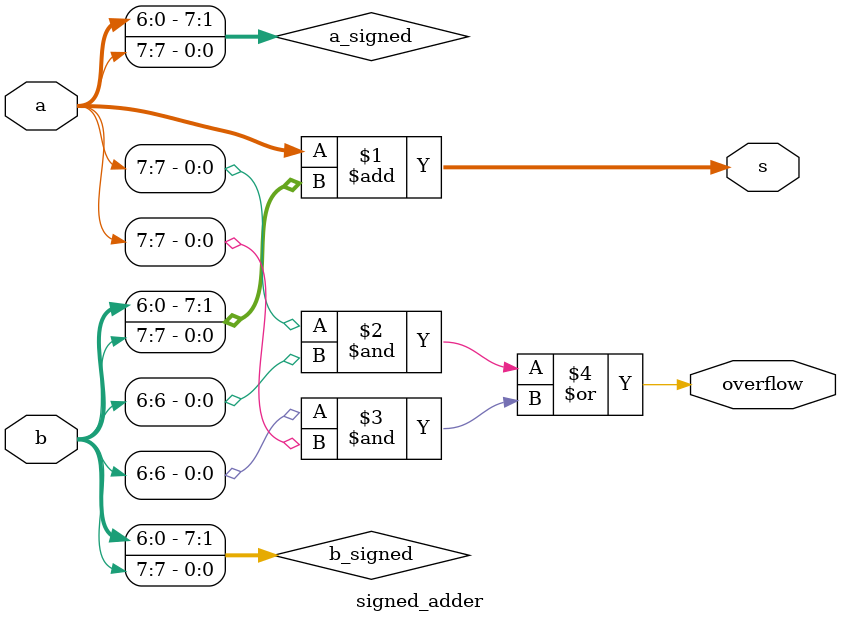
<source format=v>

module signed_adder(input [7:0] a,
    input [7:0] b,
    output [7:0] s,
    output overflow
); 

// The numbers a and b are added to the output s. 
// assign the occurence of the signed overflow of a and b to the output overflow.
// a signed overflow occurs if the most significant bits of a and b are low and the most significant bit of s is high
// a signed overflow may also occur if the most significant bits of a and b are high and the most significant bit of s is low


wire signed [7:0] b_signed = {b[6:0],b[7]};
wire signed [7:0] a_signed = {a[6:0],a[7]};

assign s = a + b_signed;
assign overflow = (a[7] & b_signed[7]) | (b_signed[7] & a[7]);

endmodule

</source>
